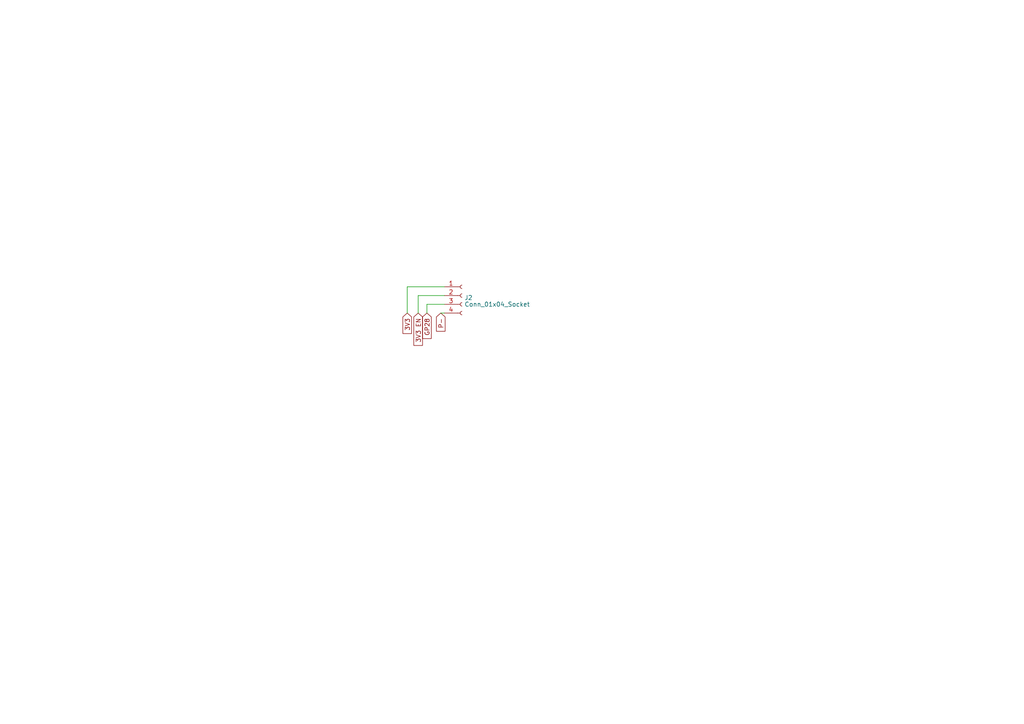
<source format=kicad_sch>
(kicad_sch (version 20230121) (generator eeschema)
  (paper "A4")
  (lib_symbols
    (symbol "Connector:Conn_01x04_Socket" (pin_names (offset 1.016) hide)
      (property "Reference" "J" (at 0 5.08 0))
      (property "Value" "Conn_01x04_Socket" (at 0 -7.62 0))
      (symbol "Conn_01x04_Socket_1_1"
        (arc (start 0 -4.572) (mid -0.5058 -5.08) (end 0 -5.588) (stroke (width 0.1524)))
        (arc (start 0 -2.032) (mid -0.5058 -2.54) (end 0 -3.048) (stroke (width 0.1524)))
        (polyline (pts (xy -1.27 -5.08) (xy -0.508 -5.08)) (stroke (width 0.1524)))
        (polyline (pts (xy -1.27 -2.54) (xy -0.508 -2.54)) (stroke (width 0.1524)))
        (polyline (pts (xy -1.27 0) (xy -0.508 0)) (stroke (width 0.1524)))
        (polyline (pts (xy -1.27 2.54) (xy -0.508 2.54)) (stroke (width 0.1524)))
        (arc (start 0 0.508) (mid -0.5058 0) (end 0 -0.508) (stroke (width 0.1524)))
        (arc (start 0 3.048) (mid -0.5058 2.54) (end 0 2.032) (stroke (width 0.1524)))
        (pin passive line (at -5.08 2.54 0) (length 3.81) (name "Pin_1") (number "1"))
        (pin passive line (at -5.08 0 0) (length 3.81) (name "Pin_2") (number "2"))
        (pin passive line (at -5.08 -2.54 0) (length 3.81) (name "Pin_3") (number "3"))
        (pin passive line (at -5.08 -5.08 0) (length 3.81) (name "Pin_4") (number "4"))
      )
    )
  )
  (wire (pts (xy 127.8382 90.805) (xy 128.905 90.805)))
  (wire (pts (xy 121.285 85.725) (xy 121.285 90.805)))
  (wire (pts (xy 128.905 88.265) (xy 123.825 88.265)))
  (wire (pts (xy 123.825 88.265) (xy 123.825 90.805)))
  (wire (pts (xy 118.11 83.185) (xy 118.11 90.805)))
  (wire (pts (xy 128.905 85.725) (xy 121.285 85.725)))
  (wire (pts (xy 128.905 83.185) (xy 118.11 83.185)))
  (global_label "GP28" (shape input) (at 123.825 90.805 270) (property "Intersheetrefs" "${INTERSHEET_REFS}" (effects hide)))
  (global_label "3V3" (shape input) (at 118.11 90.805 270) (property "Intersheetrefs" "${INTERSHEET_REFS}" (effects hide)))
  (global_label "3V3 EN" (shape input) (at 121.285 90.805 270) (property "Intersheetrefs" "${INTERSHEET_REFS}" (effects hide)))
  (global_label "P-" (shape input) (at 127.8382 90.805 270) (property "Intersheetrefs" "${INTERSHEET_REFS}" (effects hide)))
  (symbol (lib_id "Connector:Conn_01x04_Socket") (at 133.985 85.725 0) (unit 1)
    (property "Reference" "J2" (at 134.6962 86.3513 0) (effects (justify left)))
    (property "Value" "Conn_01x04_Socket" (at 134.6962 88.2723 0) (effects (justify left)))
    (property "Footprint" "Connector_PinSocket_2.54mm:PinSocket_1x04_P2.54mm_Vertical" (effects hide))
  )
)
</source>
